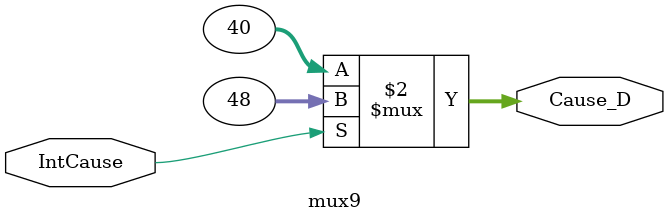
<source format=v>
`timescale 1ns / 1ps

module mux9(
  input IntCause,
  output [31:0] Cause_D
    );
  assign Cause_D=(IntCause==0)?32'h00000028:32'h00000030;
endmodule

</source>
